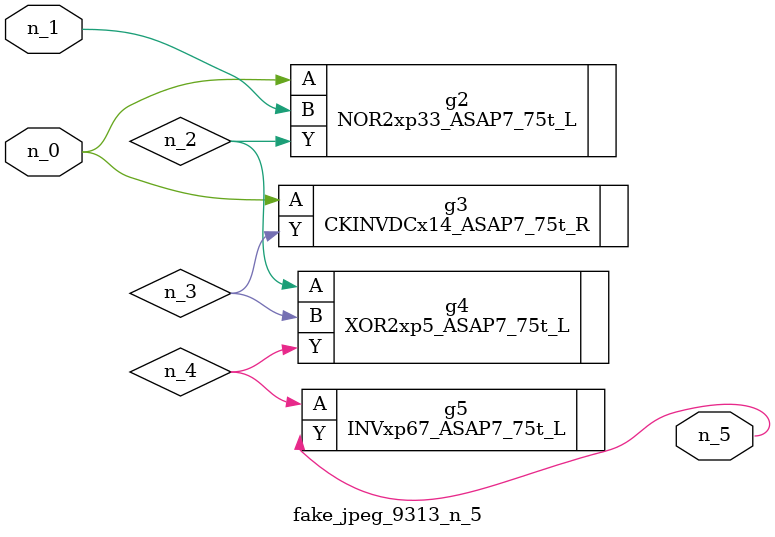
<source format=v>
module fake_jpeg_9313_n_5 (n_0, n_1, n_5);

input n_0;
input n_1;

output n_5;

wire n_3;
wire n_2;
wire n_4;

NOR2xp33_ASAP7_75t_L g2 ( 
.A(n_0),
.B(n_1),
.Y(n_2)
);

CKINVDCx14_ASAP7_75t_R g3 ( 
.A(n_0),
.Y(n_3)
);

XOR2xp5_ASAP7_75t_L g4 ( 
.A(n_2),
.B(n_3),
.Y(n_4)
);

INVxp67_ASAP7_75t_L g5 ( 
.A(n_4),
.Y(n_5)
);


endmodule
</source>
